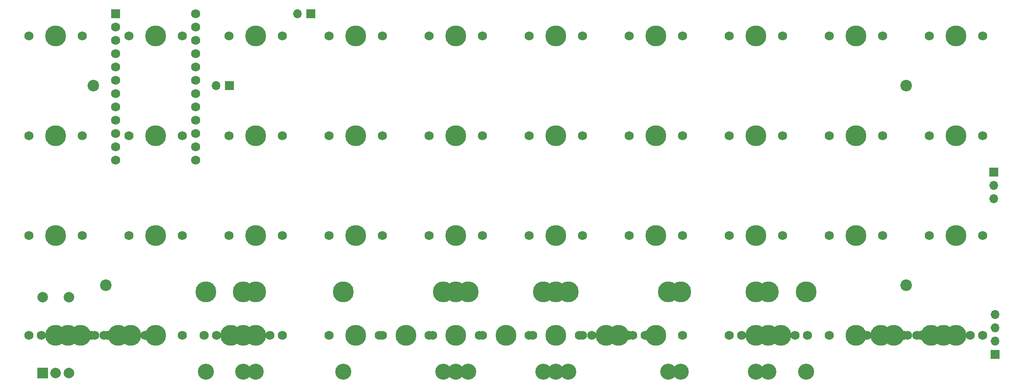
<source format=gbr>
%TF.GenerationSoftware,KiCad,Pcbnew,(6.0.4)*%
%TF.CreationDate,2022-03-28T09:41:55-07:00*%
%TF.ProjectId,Electrolytes,456c6563-7472-46f6-9c79-7465732e6b69,rev?*%
%TF.SameCoordinates,Original*%
%TF.FileFunction,Soldermask,Top*%
%TF.FilePolarity,Negative*%
%FSLAX46Y46*%
G04 Gerber Fmt 4.6, Leading zero omitted, Abs format (unit mm)*
G04 Created by KiCad (PCBNEW (6.0.4)) date 2022-03-28 09:41:55*
%MOMM*%
%LPD*%
G01*
G04 APERTURE LIST*
%ADD10O,1.700000X1.700000*%
%ADD11R,1.700000X1.700000*%
%ADD12C,1.750000*%
%ADD13C,3.987800*%
%ADD14C,2.200000*%
%ADD15C,3.048000*%
%ADD16R,1.752600X1.752600*%
%ADD17C,1.752600*%
%ADD18R,2.000000X2.000000*%
%ADD19C,2.000000*%
G04 APERTURE END LIST*
D10*
%TO.C,J3*%
X83949750Y-31869750D03*
D11*
X86489750Y-31869750D03*
%TD*%
D12*
%TO.C,MX3-1_0*%
X51834750Y-93185750D03*
X61994750Y-93185750D03*
D13*
X56914750Y-93185750D03*
%TD*%
%TO.C,MX7-2_5*%
X173596000Y-93185750D03*
D12*
X168516000Y-93185750D03*
X178676000Y-93185750D03*
%TD*%
%TO.C,MX4-3*%
X157244750Y-36035750D03*
D13*
X152164750Y-36035750D03*
D12*
X147084750Y-36035750D03*
%TD*%
%TO.C,MX5-1*%
X195344750Y-55085750D03*
X185184750Y-55085750D03*
D13*
X190264750Y-55085750D03*
%TD*%
D12*
%TO.C,MX3-0_0*%
X32784750Y-93185750D03*
D13*
X37864750Y-93185750D03*
D12*
X42944750Y-93185750D03*
%TD*%
D13*
%TO.C,MX5-0*%
X209314750Y-55085750D03*
D12*
X214394750Y-55085750D03*
X204234750Y-55085750D03*
%TD*%
D14*
%TO.C,H4*%
X199789750Y-83660750D03*
%TD*%
%TO.C,H3*%
X47389750Y-83660750D03*
%TD*%
D12*
%TO.C,MX6-0*%
X204234750Y-74135750D03*
X214394750Y-74135750D03*
D13*
X209314750Y-74135750D03*
%TD*%
%TO.C,MX0-4*%
X114064750Y-36035750D03*
D12*
X119144750Y-36035750D03*
X108984750Y-36035750D03*
%TD*%
D13*
%TO.C,MX1-3*%
X95014750Y-55085750D03*
D12*
X89934750Y-55085750D03*
X100094750Y-55085750D03*
%TD*%
D14*
%TO.C,H1*%
X45033750Y-45560750D03*
%TD*%
%TO.C,H2*%
X199789750Y-45560750D03*
%TD*%
D11*
%TO.C,J2*%
X216737500Y-96885750D03*
D10*
X216737500Y-94345750D03*
X216737500Y-91805750D03*
X216737500Y-89265750D03*
%TD*%
D12*
%TO.C,MX2-4*%
X108984750Y-74135750D03*
X119144750Y-74135750D03*
D13*
X114064750Y-74135750D03*
%TD*%
D12*
%TO.C,MX7-0_0*%
X214394750Y-93185750D03*
X204234750Y-93185750D03*
D13*
X209314750Y-93185750D03*
%TD*%
%TO.C,MX3-4_4*%
X173589650Y-84930750D03*
D12*
X128669750Y-93185750D03*
D13*
X73589850Y-84930750D03*
X123589750Y-93185750D03*
D15*
X173589650Y-100170750D03*
X73589850Y-100170750D03*
D12*
X118509750Y-93185750D03*
%TD*%
%TO.C,MX7-2_0*%
X166134750Y-93185750D03*
D13*
X171214750Y-93185750D03*
D12*
X176294750Y-93185750D03*
%TD*%
%TO.C,MX7-2_6*%
X181057250Y-93185750D03*
X170897250Y-93185750D03*
D13*
X175977250Y-93185750D03*
%TD*%
%TO.C,MX4-4*%
X133114750Y-36035750D03*
D12*
X138194750Y-36035750D03*
X128034750Y-36035750D03*
%TD*%
%TO.C,MX0-1*%
X61994750Y-36035750D03*
X51834750Y-36035750D03*
D13*
X56914750Y-36035750D03*
%TD*%
D12*
%TO.C,MX7-1_6*%
X202488500Y-93185750D03*
D13*
X197408500Y-93185750D03*
D12*
X192328500Y-93185750D03*
%TD*%
D13*
%TO.C,MX7-3_1*%
X171214750Y-84930750D03*
D15*
X171214750Y-100170750D03*
D13*
X152164750Y-93185750D03*
D15*
X133114750Y-100170750D03*
D12*
X147084750Y-93185750D03*
X157244750Y-93185750D03*
D13*
X133114750Y-84930750D03*
%TD*%
%TO.C,MX7-4_0*%
X154546000Y-84930750D03*
X142639750Y-93185750D03*
X130733500Y-84930750D03*
D12*
X147719750Y-93185750D03*
D15*
X130733500Y-100170750D03*
D12*
X137559750Y-93185750D03*
D15*
X154546000Y-100170750D03*
%TD*%
D13*
%TO.C,MX1-2*%
X75964750Y-55085750D03*
D12*
X70884750Y-55085750D03*
X81044750Y-55085750D03*
%TD*%
%TO.C,MX1-4*%
X119144750Y-55085750D03*
D13*
X114064750Y-55085750D03*
D12*
X108984750Y-55085750D03*
%TD*%
%TO.C,MX3-0_4*%
X35166000Y-93185750D03*
X45326000Y-93185750D03*
D13*
X40246000Y-93185750D03*
%TD*%
D12*
%TO.C,MX3-1_6*%
X54851000Y-93185750D03*
X44691000Y-93185750D03*
D13*
X49771000Y-93185750D03*
%TD*%
D12*
%TO.C,MX2-3*%
X89934750Y-74135750D03*
D13*
X95014750Y-74135750D03*
D12*
X100094750Y-74135750D03*
%TD*%
D13*
%TO.C,MX2-1*%
X56914750Y-74135750D03*
D12*
X61994750Y-74135750D03*
X51834750Y-74135750D03*
%TD*%
D13*
%TO.C,MX7-0_4*%
X206933500Y-93185750D03*
D12*
X212013500Y-93185750D03*
X201853500Y-93185750D03*
%TD*%
%TO.C,MX1-0*%
X32784750Y-55085750D03*
D13*
X37864750Y-55085750D03*
D12*
X42944750Y-55085750D03*
%TD*%
D16*
%TO.C,U1*%
X49294750Y-31869750D03*
D17*
X49294750Y-34409750D03*
X49294750Y-36949750D03*
X49294750Y-39489750D03*
X49294750Y-42029750D03*
X49294750Y-44569750D03*
X49294750Y-47109750D03*
X49294750Y-49649750D03*
X49294750Y-52189750D03*
X49294750Y-54729750D03*
X49294750Y-57269750D03*
X49294750Y-59809750D03*
X64534750Y-59809750D03*
X64534750Y-57269750D03*
X64534750Y-54729750D03*
X64534750Y-52189750D03*
X64534750Y-49649750D03*
X64534750Y-47109750D03*
X64534750Y-44569750D03*
X64534750Y-42029750D03*
X64534750Y-39489750D03*
X64534750Y-36949750D03*
X64534750Y-34409750D03*
X64534750Y-31869750D03*
%TD*%
D12*
%TO.C,MX5-3*%
X147084750Y-55085750D03*
X157244750Y-55085750D03*
D13*
X152164750Y-55085750D03*
%TD*%
%TO.C,MX7-1_0*%
X190264750Y-93185750D03*
D12*
X185184750Y-93185750D03*
X195344750Y-93185750D03*
%TD*%
%TO.C,MX4-1*%
X195344750Y-36035750D03*
D13*
X190264750Y-36035750D03*
D12*
X185184750Y-36035750D03*
%TD*%
D13*
%TO.C,MX7-0_3*%
X204552250Y-93185750D03*
D12*
X199472250Y-93185750D03*
X209632250Y-93185750D03*
%TD*%
D11*
%TO.C,J1*%
X216483500Y-62085750D03*
D10*
X216483500Y-64625750D03*
X216483500Y-67165750D03*
%TD*%
D12*
%TO.C,MX7-4_5*%
X139941000Y-93185750D03*
D15*
X133114750Y-100170750D03*
X156927250Y-100170750D03*
D12*
X150101000Y-93185750D03*
D13*
X156927250Y-84930750D03*
X133114750Y-84930750D03*
X145021000Y-93185750D03*
%TD*%
D12*
%TO.C,MX2-2*%
X70884750Y-74135750D03*
X81044750Y-74135750D03*
D13*
X75964750Y-74135750D03*
%TD*%
%TO.C,MX4-0*%
X209314750Y-36035750D03*
D12*
X204234750Y-36035750D03*
X214394750Y-36035750D03*
%TD*%
%TO.C,MX2-0*%
X42944750Y-74135750D03*
X32784750Y-74135750D03*
D13*
X37864750Y-74135750D03*
%TD*%
D12*
%TO.C,MX3-3_1*%
X100094750Y-93185750D03*
D13*
X95014750Y-93185750D03*
X75964750Y-84930750D03*
X114064750Y-84930750D03*
D15*
X114064750Y-100170750D03*
D12*
X89934750Y-93185750D03*
D15*
X75964750Y-100170750D03*
%TD*%
D12*
%TO.C,MX5-4*%
X138194750Y-55085750D03*
X128034750Y-55085750D03*
D13*
X133114750Y-55085750D03*
%TD*%
D12*
%TO.C,MX3-2_0*%
X81044750Y-93185750D03*
X70884750Y-93185750D03*
D13*
X75964750Y-93185750D03*
%TD*%
D12*
%TO.C,MX0-2*%
X81044750Y-36035750D03*
D13*
X75964750Y-36035750D03*
D12*
X70884750Y-36035750D03*
%TD*%
D11*
%TO.C,R1*%
X70925000Y-45560750D03*
D10*
X68385000Y-45560750D03*
%TD*%
D12*
%TO.C,MX3-2_6*%
X76282250Y-93185750D03*
D13*
X71202250Y-93185750D03*
D12*
X66122250Y-93185750D03*
%TD*%
D13*
%TO.C,MX1-1*%
X56914750Y-55085750D03*
D12*
X61994750Y-55085750D03*
X51834750Y-55085750D03*
%TD*%
D13*
%TO.C,MX7-4_8*%
X133114750Y-93185750D03*
D12*
X138194750Y-93185750D03*
X128034750Y-93185750D03*
%TD*%
%TO.C,MX3-4_2*%
X118509750Y-93185750D03*
D13*
X171214750Y-84930750D03*
D15*
X171214750Y-100170750D03*
D13*
X75964750Y-84930750D03*
D15*
X75964750Y-100170750D03*
D12*
X128669750Y-93185750D03*
D13*
X123589750Y-93185750D03*
%TD*%
D12*
%TO.C,MX5-2*%
X176294750Y-55085750D03*
D13*
X171214750Y-55085750D03*
D12*
X166134750Y-55085750D03*
%TD*%
%TO.C,MX6-3*%
X147084750Y-74135750D03*
D13*
X152164750Y-74135750D03*
D12*
X157244750Y-74135750D03*
%TD*%
%TO.C,MX3-2_5*%
X68503500Y-93185750D03*
D13*
X73583500Y-93185750D03*
D12*
X78663500Y-93185750D03*
%TD*%
%TO.C,MX3-4_8*%
X108984750Y-93185750D03*
X119144750Y-93185750D03*
D13*
X114064750Y-93185750D03*
%TD*%
%TO.C,MX3-3_5*%
X104539750Y-93185750D03*
D12*
X99459750Y-93185750D03*
D13*
X116446000Y-84930750D03*
D15*
X116446000Y-100170750D03*
X92633500Y-100170750D03*
D12*
X109619750Y-93185750D03*
D13*
X92633500Y-84930750D03*
%TD*%
D12*
%TO.C,MX0-0*%
X42944750Y-36035750D03*
X32784750Y-36035750D03*
D13*
X37864750Y-36035750D03*
%TD*%
D12*
%TO.C,MX4-2*%
X176294750Y-36035750D03*
D13*
X171214750Y-36035750D03*
D12*
X166134750Y-36035750D03*
%TD*%
D15*
%TO.C,MX3-4_3*%
X66439750Y-100170750D03*
D13*
X180739750Y-84930750D03*
X123589750Y-93185750D03*
D12*
X128669750Y-93185750D03*
D13*
X66439750Y-84930750D03*
D12*
X118509750Y-93185750D03*
D15*
X180739750Y-100170750D03*
%TD*%
D12*
%TO.C,MX3-1_5*%
X57232250Y-93185750D03*
D13*
X52152250Y-93185750D03*
D12*
X47072250Y-93185750D03*
%TD*%
D15*
%TO.C,MX3-4_7*%
X111683500Y-100170750D03*
D13*
X111683500Y-84930750D03*
D12*
X128669750Y-93185750D03*
D13*
X135496000Y-84930750D03*
X123589750Y-93185750D03*
D15*
X135496000Y-100170750D03*
D12*
X118509750Y-93185750D03*
%TD*%
D15*
%TO.C,MX3-3_0*%
X92633500Y-100170750D03*
D13*
X92633500Y-84930750D03*
D15*
X116446000Y-100170750D03*
D13*
X104539750Y-93185750D03*
X116446000Y-84930750D03*
D12*
X109619750Y-93185750D03*
X99459750Y-93185750D03*
%TD*%
%TO.C,MX6-1*%
X185184750Y-74135750D03*
D13*
X190264750Y-74135750D03*
D12*
X195344750Y-74135750D03*
%TD*%
%TO.C,MX6-4*%
X128034750Y-74135750D03*
D13*
X133114750Y-74135750D03*
D12*
X138194750Y-74135750D03*
%TD*%
D18*
%TO.C,SW1*%
X35364750Y-100435750D03*
D19*
X40364750Y-100435750D03*
X37864750Y-100435750D03*
X40364750Y-85935750D03*
X35364750Y-85935750D03*
%TD*%
D12*
%TO.C,MX6-2*%
X176294750Y-74135750D03*
D13*
X171214750Y-74135750D03*
D12*
X166134750Y-74135750D03*
%TD*%
%TO.C,MX0-3*%
X89934750Y-36035750D03*
D13*
X95014750Y-36035750D03*
D12*
X100094750Y-36035750D03*
%TD*%
%TO.C,MX7-1_5*%
X189947250Y-93185750D03*
X200107250Y-93185750D03*
D13*
X195027250Y-93185750D03*
%TD*%
%TO.C,MX3-0_3*%
X42627250Y-93185750D03*
D12*
X47707250Y-93185750D03*
X37547250Y-93185750D03*
%TD*%
M02*

</source>
